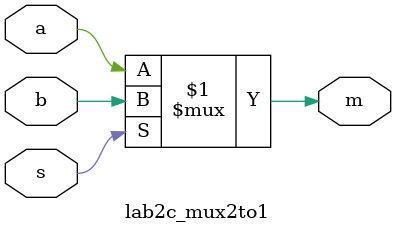
<source format=v>
module lab2c_mux2to1 (
    input  a, b, s, 
    output m
);

assign m = s? b:a;

endmodule
</source>
